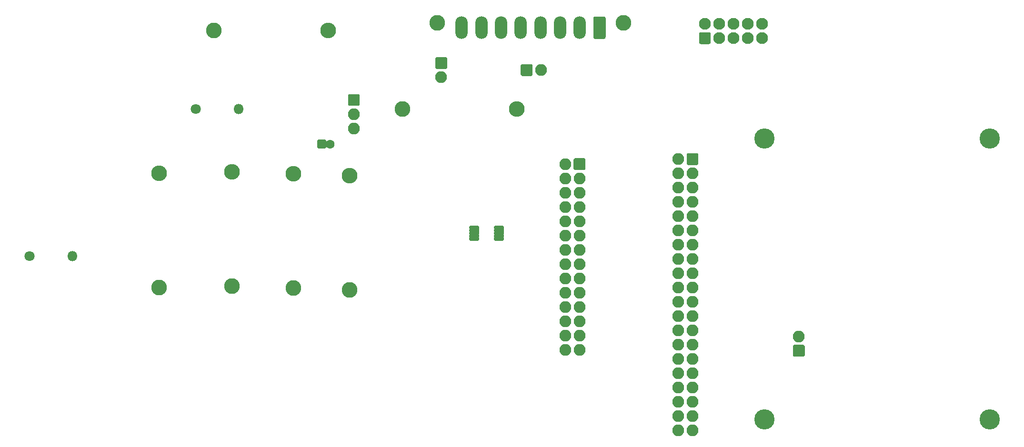
<source format=gbr>
%TF.GenerationSoftware,KiCad,Pcbnew,(5.1.9-0-10_14)*%
%TF.CreationDate,2021-02-25T13:28:52+00:00*%
%TF.ProjectId,base8x,62617365-3878-42e6-9b69-6361645f7063,rev?*%
%TF.SameCoordinates,Original*%
%TF.FileFunction,Soldermask,Bot*%
%TF.FilePolarity,Negative*%
%FSLAX46Y46*%
G04 Gerber Fmt 4.6, Leading zero omitted, Abs format (unit mm)*
G04 Created by KiCad (PCBNEW (5.1.9-0-10_14)) date 2021-02-25 13:28:52*
%MOMM*%
%LPD*%
G01*
G04 APERTURE LIST*
%ADD10C,3.600000*%
%ADD11O,2.100000X2.100000*%
%ADD12O,1.800000X1.800000*%
%ADD13C,1.800000*%
%ADD14O,2.800000X2.800000*%
%ADD15C,2.800000*%
%ADD16C,2.100000*%
%ADD17O,2.200000X4.000000*%
%ADD18C,1.600000*%
G04 APERTURE END LIST*
D10*
%TO.C,REF\u002A\u002A*%
X-165000000Y-100000000D03*
%TD*%
%TO.C,REF\u002A\u002A*%
X-165000000Y-50000000D03*
%TD*%
%TO.C,REF\u002A\u002A*%
X-205000000Y-50000000D03*
%TD*%
%TO.C,REF\u002A\u002A*%
X-205000000Y-100000000D03*
%TD*%
D11*
%TO.C,Raspberry_header1*%
X-220360000Y-101930000D03*
X-217820000Y-101930000D03*
X-220360000Y-99390000D03*
X-217820000Y-99390000D03*
X-220360000Y-96850000D03*
X-217820000Y-96850000D03*
X-220360000Y-94310000D03*
X-217820000Y-94310000D03*
X-220360000Y-91770000D03*
X-217820000Y-91770000D03*
X-220360000Y-89230000D03*
X-217820000Y-89230000D03*
X-220360000Y-86690000D03*
X-217820000Y-86690000D03*
X-220360000Y-84150000D03*
X-217820000Y-84150000D03*
X-220360000Y-81610000D03*
X-217820000Y-81610000D03*
X-220360000Y-79070000D03*
X-217820000Y-79070000D03*
X-220360000Y-76530000D03*
X-217820000Y-76530000D03*
X-220360000Y-73990000D03*
X-217820000Y-73990000D03*
X-220360000Y-71450000D03*
X-217820000Y-71450000D03*
X-220360000Y-68910000D03*
X-217820000Y-68910000D03*
X-220360000Y-66370000D03*
X-217820000Y-66370000D03*
X-220360000Y-63830000D03*
X-217820000Y-63830000D03*
X-220360000Y-61290000D03*
X-217820000Y-61290000D03*
X-220360000Y-58750000D03*
X-217820000Y-58750000D03*
X-220360000Y-56210000D03*
X-217820000Y-56210000D03*
X-220360000Y-53670000D03*
G36*
G01*
X-218870000Y-54520000D02*
X-218870000Y-52820000D01*
G75*
G02*
X-218670000Y-52620000I200000J0D01*
G01*
X-216970000Y-52620000D01*
G75*
G02*
X-216770000Y-52820000I0J-200000D01*
G01*
X-216770000Y-54520000D01*
G75*
G02*
X-216970000Y-54720000I-200000J0D01*
G01*
X-218670000Y-54720000D01*
G75*
G02*
X-218870000Y-54520000I0J200000D01*
G01*
G37*
%TD*%
D12*
%TO.C,D2*%
X-328071640Y-70898520D03*
D13*
X-335691640Y-70898520D03*
%TD*%
D12*
%TO.C,D1*%
X-298550000Y-44800000D03*
D13*
X-306170000Y-44800000D03*
%TD*%
D14*
%TO.C,Resistor1*%
X-282550000Y-30810000D03*
D15*
X-302870000Y-30810000D03*
%TD*%
D14*
%TO.C,R5*%
X-249021600Y-44780200D03*
D15*
X-269341600Y-44780200D03*
%TD*%
D14*
%TO.C,R4*%
X-299690000Y-55970000D03*
D15*
X-299690000Y-76290000D03*
%TD*%
D14*
%TO.C,R3*%
X-278810000Y-56580000D03*
D15*
X-278810000Y-76900000D03*
%TD*%
D14*
%TO.C,R2*%
X-312650000Y-56200000D03*
D15*
X-312650000Y-76520000D03*
%TD*%
D14*
%TO.C,R1*%
X-288790000Y-56280000D03*
D15*
X-288790000Y-76600000D03*
%TD*%
%TO.C,J1*%
G36*
G01*
X-214879423Y-33206400D02*
X-216361777Y-33206400D01*
G75*
G02*
X-216670600Y-32897577I0J308823D01*
G01*
X-216670600Y-31415223D01*
G75*
G02*
X-216361777Y-31106400I308823J0D01*
G01*
X-214879423Y-31106400D01*
G75*
G02*
X-214570600Y-31415223I0J-308823D01*
G01*
X-214570600Y-32897577D01*
G75*
G02*
X-214879423Y-33206400I-308823J0D01*
G01*
G37*
D16*
X-213080600Y-32156400D03*
X-210540600Y-32156400D03*
X-208000600Y-32156400D03*
X-205460600Y-32156400D03*
X-215620600Y-29616400D03*
X-213080600Y-29616400D03*
X-210540600Y-29616400D03*
X-208000600Y-29616400D03*
X-205460600Y-29616400D03*
%TD*%
%TO.C,J3*%
G36*
G01*
X-238960000Y-55420000D02*
X-238960000Y-53720000D01*
G75*
G02*
X-238760000Y-53520000I200000J0D01*
G01*
X-237060000Y-53520000D01*
G75*
G02*
X-236860000Y-53720000I0J-200000D01*
G01*
X-236860000Y-55420000D01*
G75*
G02*
X-237060000Y-55620000I-200000J0D01*
G01*
X-238760000Y-55620000D01*
G75*
G02*
X-238960000Y-55420000I0J200000D01*
G01*
G37*
D11*
X-240450000Y-54570000D03*
X-237910000Y-57110000D03*
X-240450000Y-57110000D03*
X-237910000Y-59650000D03*
X-240450000Y-59650000D03*
X-237910000Y-62190000D03*
X-240450000Y-62190000D03*
X-237910000Y-64730000D03*
X-240450000Y-64730000D03*
X-237910000Y-67270000D03*
X-240450000Y-67270000D03*
X-237910000Y-69810000D03*
X-240450000Y-69810000D03*
X-237910000Y-72350000D03*
X-240450000Y-72350000D03*
X-237910000Y-74890000D03*
X-240450000Y-74890000D03*
X-237910000Y-77430000D03*
X-240450000Y-77430000D03*
X-237910000Y-79970000D03*
X-240450000Y-79970000D03*
X-237910000Y-82510000D03*
X-240450000Y-82510000D03*
X-237910000Y-85050000D03*
X-240450000Y-85050000D03*
X-237910000Y-87590000D03*
X-240450000Y-87590000D03*
%TD*%
%TO.C,J9*%
G36*
G01*
X-233265800Y-28607755D02*
X-233265800Y-31996645D01*
G75*
G02*
X-233571355Y-32302200I-305555J0D01*
G01*
X-235160245Y-32302200D01*
G75*
G02*
X-235465800Y-31996645I0J305555D01*
G01*
X-235465800Y-28607755D01*
G75*
G02*
X-235160245Y-28302200I305555J0D01*
G01*
X-233571355Y-28302200D01*
G75*
G02*
X-233265800Y-28607755I0J-305555D01*
G01*
G37*
D17*
X-237865800Y-30302200D03*
X-241365800Y-30302200D03*
X-244865800Y-30302200D03*
X-248365800Y-30302200D03*
X-251865800Y-30302200D03*
X-255365800Y-30302200D03*
X-258865800Y-30302200D03*
D15*
X-230065800Y-29402200D03*
X-263165800Y-29402200D03*
%TD*%
D11*
%TO.C,P3*%
X-262500000Y-39120000D03*
G36*
G01*
X-263550000Y-37430000D02*
X-263550000Y-35730000D01*
G75*
G02*
X-263350000Y-35530000I200000J0D01*
G01*
X-261650000Y-35530000D01*
G75*
G02*
X-261450000Y-35730000I0J-200000D01*
G01*
X-261450000Y-37430000D01*
G75*
G02*
X-261650000Y-37630000I-200000J0D01*
G01*
X-263350000Y-37630000D01*
G75*
G02*
X-263550000Y-37430000I0J200000D01*
G01*
G37*
%TD*%
%TO.C,P4*%
G36*
G01*
X-246450000Y-38890000D02*
X-248150000Y-38890000D01*
G75*
G02*
X-248350000Y-38690000I0J200000D01*
G01*
X-248350000Y-36990000D01*
G75*
G02*
X-248150000Y-36790000I200000J0D01*
G01*
X-246450000Y-36790000D01*
G75*
G02*
X-246250000Y-36990000I0J-200000D01*
G01*
X-246250000Y-38690000D01*
G75*
G02*
X-246450000Y-38890000I-200000J0D01*
G01*
G37*
X-244760000Y-37840000D03*
%TD*%
%TO.C,Temp_sensor1*%
G36*
G01*
X-279070000Y-44000000D02*
X-279070000Y-42300000D01*
G75*
G02*
X-278870000Y-42100000I200000J0D01*
G01*
X-277170000Y-42100000D01*
G75*
G02*
X-276970000Y-42300000I0J-200000D01*
G01*
X-276970000Y-44000000D01*
G75*
G02*
X-277170000Y-44200000I-200000J0D01*
G01*
X-278870000Y-44200000D01*
G75*
G02*
X-279070000Y-44000000I0J200000D01*
G01*
G37*
X-278020000Y-45690000D03*
X-278020000Y-48230000D03*
%TD*%
%TO.C,U1*%
G36*
G01*
X-257530000Y-68000000D02*
X-257530000Y-67700000D01*
G75*
G02*
X-257330000Y-67500000I200000J0D01*
G01*
X-255930000Y-67500000D01*
G75*
G02*
X-255730000Y-67700000I0J-200000D01*
G01*
X-255730000Y-68000000D01*
G75*
G02*
X-255930000Y-68200000I-200000J0D01*
G01*
X-257330000Y-68200000D01*
G75*
G02*
X-257530000Y-68000000I0J200000D01*
G01*
G37*
G36*
G01*
X-257530000Y-67500000D02*
X-257530000Y-67200000D01*
G75*
G02*
X-257330000Y-67000000I200000J0D01*
G01*
X-255930000Y-67000000D01*
G75*
G02*
X-255730000Y-67200000I0J-200000D01*
G01*
X-255730000Y-67500000D01*
G75*
G02*
X-255930000Y-67700000I-200000J0D01*
G01*
X-257330000Y-67700000D01*
G75*
G02*
X-257530000Y-67500000I0J200000D01*
G01*
G37*
G36*
G01*
X-257530000Y-67000000D02*
X-257530000Y-66700000D01*
G75*
G02*
X-257330000Y-66500000I200000J0D01*
G01*
X-255930000Y-66500000D01*
G75*
G02*
X-255730000Y-66700000I0J-200000D01*
G01*
X-255730000Y-67000000D01*
G75*
G02*
X-255930000Y-67200000I-200000J0D01*
G01*
X-257330000Y-67200000D01*
G75*
G02*
X-257530000Y-67000000I0J200000D01*
G01*
G37*
G36*
G01*
X-257530000Y-66500000D02*
X-257530000Y-66200000D01*
G75*
G02*
X-257330000Y-66000000I200000J0D01*
G01*
X-255930000Y-66000000D01*
G75*
G02*
X-255730000Y-66200000I0J-200000D01*
G01*
X-255730000Y-66500000D01*
G75*
G02*
X-255930000Y-66700000I-200000J0D01*
G01*
X-257330000Y-66700000D01*
G75*
G02*
X-257530000Y-66500000I0J200000D01*
G01*
G37*
G36*
G01*
X-257530000Y-66000000D02*
X-257530000Y-65700000D01*
G75*
G02*
X-257330000Y-65500000I200000J0D01*
G01*
X-255930000Y-65500000D01*
G75*
G02*
X-255730000Y-65700000I0J-200000D01*
G01*
X-255730000Y-66000000D01*
G75*
G02*
X-255930000Y-66200000I-200000J0D01*
G01*
X-257330000Y-66200000D01*
G75*
G02*
X-257530000Y-66000000I0J200000D01*
G01*
G37*
G36*
G01*
X-253130000Y-66000000D02*
X-253130000Y-65700000D01*
G75*
G02*
X-252930000Y-65500000I200000J0D01*
G01*
X-251530000Y-65500000D01*
G75*
G02*
X-251330000Y-65700000I0J-200000D01*
G01*
X-251330000Y-66000000D01*
G75*
G02*
X-251530000Y-66200000I-200000J0D01*
G01*
X-252930000Y-66200000D01*
G75*
G02*
X-253130000Y-66000000I0J200000D01*
G01*
G37*
G36*
G01*
X-253130000Y-66500000D02*
X-253130000Y-66200000D01*
G75*
G02*
X-252930000Y-66000000I200000J0D01*
G01*
X-251530000Y-66000000D01*
G75*
G02*
X-251330000Y-66200000I0J-200000D01*
G01*
X-251330000Y-66500000D01*
G75*
G02*
X-251530000Y-66700000I-200000J0D01*
G01*
X-252930000Y-66700000D01*
G75*
G02*
X-253130000Y-66500000I0J200000D01*
G01*
G37*
G36*
G01*
X-253130000Y-67000000D02*
X-253130000Y-66700000D01*
G75*
G02*
X-252930000Y-66500000I200000J0D01*
G01*
X-251530000Y-66500000D01*
G75*
G02*
X-251330000Y-66700000I0J-200000D01*
G01*
X-251330000Y-67000000D01*
G75*
G02*
X-251530000Y-67200000I-200000J0D01*
G01*
X-252930000Y-67200000D01*
G75*
G02*
X-253130000Y-67000000I0J200000D01*
G01*
G37*
G36*
G01*
X-253130000Y-67500000D02*
X-253130000Y-67200000D01*
G75*
G02*
X-252930000Y-67000000I200000J0D01*
G01*
X-251530000Y-67000000D01*
G75*
G02*
X-251330000Y-67200000I0J-200000D01*
G01*
X-251330000Y-67500000D01*
G75*
G02*
X-251530000Y-67700000I-200000J0D01*
G01*
X-252930000Y-67700000D01*
G75*
G02*
X-253130000Y-67500000I0J200000D01*
G01*
G37*
G36*
G01*
X-253130000Y-68000000D02*
X-253130000Y-67700000D01*
G75*
G02*
X-252930000Y-67500000I200000J0D01*
G01*
X-251530000Y-67500000D01*
G75*
G02*
X-251330000Y-67700000I0J-200000D01*
G01*
X-251330000Y-68000000D01*
G75*
G02*
X-251530000Y-68200000I-200000J0D01*
G01*
X-252930000Y-68200000D01*
G75*
G02*
X-253130000Y-68000000I0J200000D01*
G01*
G37*
%TD*%
%TO.C,C1*%
G36*
G01*
X-284518000Y-51603200D02*
X-284518000Y-50403200D01*
G75*
G02*
X-284318000Y-50203200I200000J0D01*
G01*
X-283118000Y-50203200D01*
G75*
G02*
X-282918000Y-50403200I0J-200000D01*
G01*
X-282918000Y-51603200D01*
G75*
G02*
X-283118000Y-51803200I-200000J0D01*
G01*
X-284318000Y-51803200D01*
G75*
G02*
X-284518000Y-51603200I0J200000D01*
G01*
G37*
D18*
X-282218000Y-51003200D03*
%TD*%
%TO.C,J5*%
G36*
G01*
X-197880000Y-86900000D02*
X-197880000Y-88600000D01*
G75*
G02*
X-198080000Y-88800000I-200000J0D01*
G01*
X-199780000Y-88800000D01*
G75*
G02*
X-199980000Y-88600000I0J200000D01*
G01*
X-199980000Y-86900000D01*
G75*
G02*
X-199780000Y-86700000I200000J0D01*
G01*
X-198080000Y-86700000D01*
G75*
G02*
X-197880000Y-86900000I0J-200000D01*
G01*
G37*
D11*
X-198930000Y-85210000D03*
%TD*%
M02*

</source>
